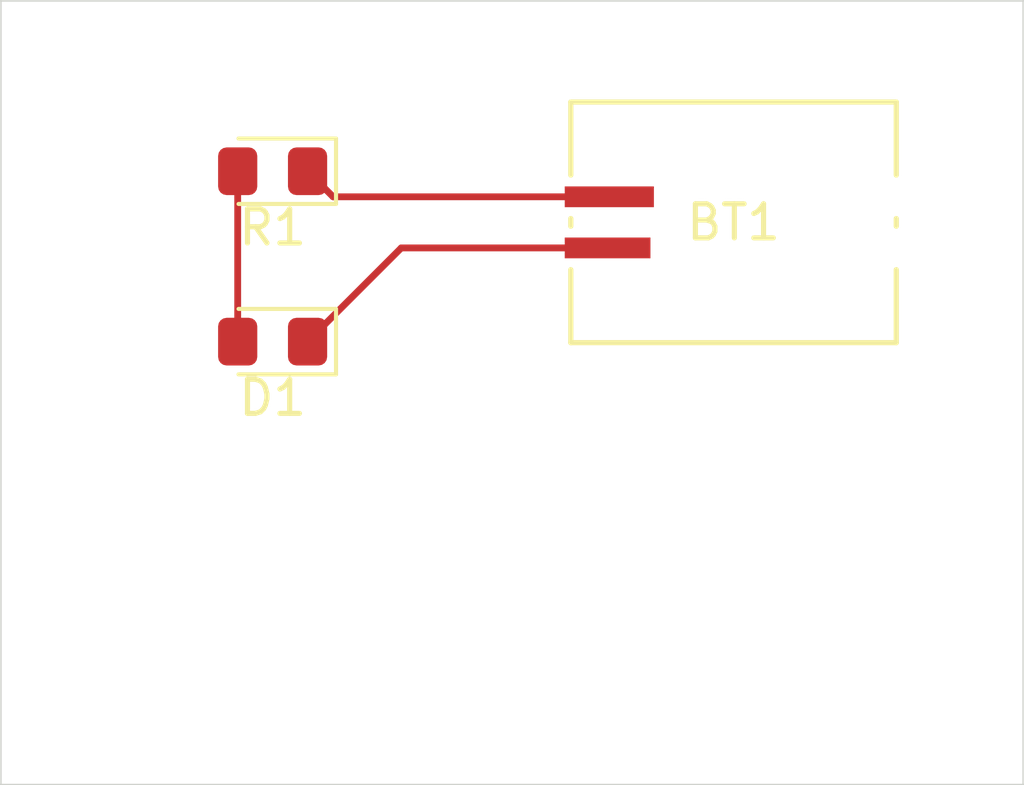
<source format=kicad_pcb>
(kicad_pcb (version 20240108) (generator "pcbnew") (generator_version "8.0")
  (title_block (title "PCB") (date "2024-10-08") (rev "1.0"))
  (layers (0 "F.Cu" signal) (31 "B.Cu" signal) (34 "B.Paste" user) (35 "F.Paste" user) (36 "B.SilkS" user "B.Silkscreen") (37 "F.SilkS" user "F.Silkscreen") (38 "B.Mask" user) (39 "F.Mask" user) (44 "Edge.Cuts" user))
  (net 0 "")
  (net 1 "Net-(BT1--)")
  (net 2 "Net-(BT1-+)")
  (net 3 "Net-(D1-A)")
  (footprint "LED_SMD:LED_0805_2012Metric_Pad1.15x1.40mm_HandSolder" (layer "F.Cu") (at 141.475 80 180)
    (property "Reference" "R1" (at 0 -1.65 360) (layer "F.SilkS"))
    (property "Value" "R")
    (fp_line (start 1 -0.96) (end -1.86 -0.96) (stroke (width 0.12)) (layer "F.SilkS"))
    (fp_line (start -1.86 0.96) (end 1 0.96) (stroke (width 0.12)) (layer "F.SilkS"))
    (fp_line (start -1.86 -0.96) (end -1.86 0.96) (stroke (width 0.12)) (layer "F.SilkS"))
    (pad "1" smd roundrect (at -1.025 0 180) (size 1.15 1.4) (layers "F.Cu" "F.Paste" "F.Mask") (roundrect_rratio 0.217391) (net 2 "Net-(BT1-+)"))
    (pad "2" smd roundrect (at 1.025 0 180) (size 1.15 1.4) (layers "F.Cu" "F.Paste" "F.Mask") (roundrect_rratio 0.217391) (net 3 "Net-(D1-A)"))
  )
  (footprint "LED_SMD:LED_0805_2012Metric_Pad1.15x1.40mm_HandSolder" (layer "F.Cu") (at 141.475 85 180)
    (property "Reference" "D1" (at 0 -1.65 360) (layer "F.SilkS"))
    (property "Value" "LED")
    (fp_line (start 1 -0.96) (end -1.86 -0.96) (stroke (width 0.12)) (layer "F.SilkS"))
    (fp_line (start -1.86 0.96) (end 1 0.96) (stroke (width 0.12)) (layer "F.SilkS"))
    (fp_line (start -1.86 -0.96) (end -1.86 0.96) (stroke (width 0.12)) (layer "F.SilkS"))
    (pad "1" smd roundrect (at -1.025 0 180) (size 1.15 1.4) (layers "F.Cu" "F.Paste" "F.Mask") (roundrect_rratio 0.217391) (net 1 "Net-(BT1--)"))
    (pad "2" smd roundrect (at 1.025 0 180) (size 1.15 1.4) (layers "F.Cu" "F.Paste" "F.Mask") (roundrect_rratio 0.217391) (net 3 "Net-(D1-A)"))
  )
  (footprint "FS_3_Global_Footprint_Library:MS621FE-FL11E_SEC" (layer "F.Cu") (at 155 81.5)
    (property "Reference" "BT1" (at 0 0 0) (layer "F.SilkS"))
    (property "Value" "Battery_Cell")
    (fp_line (start -4.7752 -3.5306) (end -4.7752 -1.387541) (stroke (width 0.1524)) (layer "F.SilkS"))
    (fp_line (start -4.7752 -0.112461) (end -4.7752 0.112461) (stroke (width 0.1524)) (layer "F.SilkS"))
    (fp_line (start -4.7752 1.387541) (end -4.7752 3.5306) (stroke (width 0.1524)) (layer "F.SilkS"))
    (fp_line (start -4.7752 3.5306) (end 4.7752 3.5306) (stroke (width 0.1524)) (layer "F.SilkS"))
    (fp_line (start 4.7752 -3.5306) (end -4.7752 -3.5306) (stroke (width 0.1524)) (layer "F.SilkS"))
    (fp_line (start 4.7752 -1.387541) (end 4.7752 -3.5306) (stroke (width 0.1524)) (layer "F.SilkS"))
    (fp_line (start 4.7752 0.112461) (end 4.7752 -0.112461) (stroke (width 0.1524)) (layer "F.SilkS"))
    (fp_line (start 4.7752 3.5306) (end 4.7752 1.387541) (stroke (width 0.1524)) (layer "F.SilkS"))
    (pad "1" smd rect (at -3.6449 -0.750001) (size 2.6162 0.6096) (layers "F.Cu" "F.Paste" "F.Mask") (net 2 "Net-(BT1-+)"))
    (pad "2" smd rect (at -3.6957 0.750001) (size 2.5146 0.6096) (layers "F.Cu" "F.Paste" "F.Mask") (net 1 "Net-(BT1--)"))
  )
  (gr_rect (start 133.5 75) (end 163.5 98) (stroke (width 0.05)) (fill none) (layer "Edge.Cuts"))
  (segment (start 151.3043 82.250001) (end 145.249999 82.250001) (width 0.2) (layer "F.Cu") (net 1))
  (segment (start 145.249999 82.250001) (end 142.5 85) (width 0.2) (layer "F.Cu") (net 1))
  (segment (start 151.3551 80.749999) (end 143.249999 80.749999) (width 0.2) (layer "F.Cu") (net 2))
  (segment (start 143.249999 80.749999) (end 142.5 80) (width 0.2) (layer "F.Cu") (net 2))
  (segment (start 151.3551 80.749999) (end 152.3584 80.749999) (width 0.2) (layer "F.Cu") (net 2))
  (segment (start 140.45 85) (end 140.45 80) (width 0.2) (layer "F.Cu") (net 3))
)
</source>
